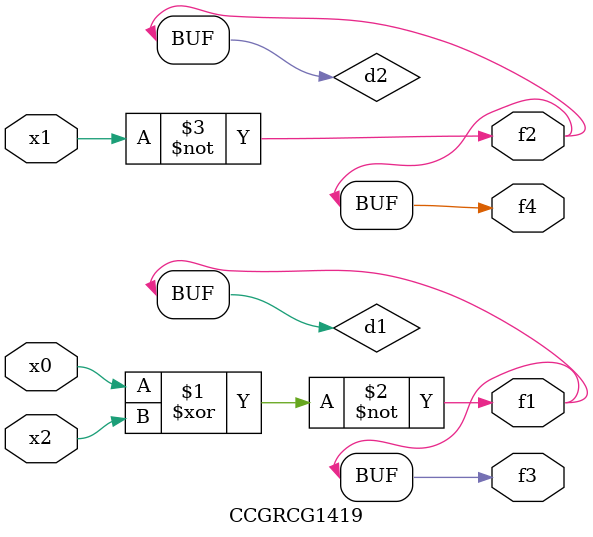
<source format=v>
module CCGRCG1419(
	input x0, x1, x2,
	output f1, f2, f3, f4
);

	wire d1, d2, d3;

	xnor (d1, x0, x2);
	nand (d2, x1);
	nor (d3, x1, x2);
	assign f1 = d1;
	assign f2 = d2;
	assign f3 = d1;
	assign f4 = d2;
endmodule

</source>
